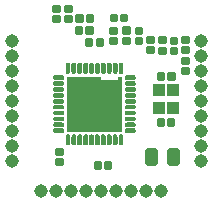
<source format=gbr>
G04 EAGLE Gerber RS-274X export*
G75*
%MOMM*%
%FSLAX34Y34*%
%LPD*%
%INSoldermask Top*%
%IPPOS*%
%AMOC8*
5,1,8,0,0,1.08239X$1,22.5*%
G01*
%ADD10C,0.406869*%
%ADD11C,0.631119*%
%ADD12C,0.400200*%
%ADD13C,1.143000*%
%ADD14R,0.977000X1.077000*%

G36*
X95030Y50751D02*
X95030Y50751D01*
X95081Y50753D01*
X95113Y50771D01*
X95149Y50779D01*
X95188Y50812D01*
X95233Y50836D01*
X95254Y50866D01*
X95282Y50889D01*
X95303Y50936D01*
X95333Y50978D01*
X95341Y51020D01*
X95353Y51048D01*
X95352Y51078D01*
X95360Y51120D01*
X95360Y96840D01*
X95349Y96890D01*
X95347Y96941D01*
X95329Y96973D01*
X95321Y97009D01*
X95288Y97048D01*
X95264Y97093D01*
X95234Y97114D01*
X95211Y97142D01*
X95164Y97163D01*
X95122Y97193D01*
X95080Y97201D01*
X95052Y97213D01*
X95022Y97212D01*
X94980Y97220D01*
X92440Y97220D01*
X92390Y97209D01*
X92339Y97207D01*
X92307Y97189D01*
X92271Y97181D01*
X92232Y97148D01*
X92187Y97124D01*
X92166Y97094D01*
X92138Y97071D01*
X92117Y97024D01*
X92087Y96982D01*
X92079Y96940D01*
X92067Y96912D01*
X92068Y96882D01*
X92060Y96840D01*
X92060Y94680D01*
X77580Y94680D01*
X77580Y96840D01*
X77569Y96890D01*
X77567Y96941D01*
X77549Y96973D01*
X77541Y97009D01*
X77508Y97048D01*
X77484Y97093D01*
X77454Y97114D01*
X77431Y97142D01*
X77384Y97163D01*
X77342Y97193D01*
X77300Y97201D01*
X77272Y97213D01*
X77242Y97212D01*
X77200Y97220D01*
X49260Y97220D01*
X49210Y97209D01*
X49159Y97207D01*
X49127Y97189D01*
X49091Y97181D01*
X49052Y97148D01*
X49007Y97124D01*
X48986Y97094D01*
X48958Y97071D01*
X48937Y97024D01*
X48907Y96982D01*
X48899Y96940D01*
X48887Y96912D01*
X48888Y96882D01*
X48880Y96840D01*
X48880Y51120D01*
X48891Y51070D01*
X48893Y51019D01*
X48911Y50987D01*
X48919Y50951D01*
X48952Y50912D01*
X48976Y50867D01*
X49006Y50846D01*
X49029Y50818D01*
X49076Y50797D01*
X49118Y50767D01*
X49160Y50759D01*
X49188Y50747D01*
X49218Y50748D01*
X49260Y50740D01*
X94980Y50740D01*
X95030Y50751D01*
G37*
G36*
X58879Y39223D02*
X58879Y39223D01*
X60370Y39223D01*
X60406Y39230D01*
X60449Y39229D01*
X60681Y39266D01*
X60732Y39285D01*
X60832Y39315D01*
X61041Y39421D01*
X61083Y39455D01*
X61170Y39515D01*
X61335Y39680D01*
X61365Y39725D01*
X61429Y39809D01*
X61535Y40018D01*
X61540Y40034D01*
X61546Y40043D01*
X61551Y40074D01*
X61584Y40169D01*
X61621Y40401D01*
X61619Y40437D01*
X61627Y40480D01*
X61627Y46480D01*
X61621Y46513D01*
X61622Y46552D01*
X61561Y46975D01*
X61542Y47028D01*
X61521Y47113D01*
X61343Y47502D01*
X61310Y47547D01*
X61265Y47623D01*
X60986Y47946D01*
X60941Y47980D01*
X60877Y48040D01*
X60517Y48271D01*
X60466Y48291D01*
X60429Y48314D01*
X60415Y48317D01*
X60386Y48331D01*
X59976Y48451D01*
X59920Y48456D01*
X59833Y48472D01*
X59407Y48472D01*
X59352Y48461D01*
X59264Y48451D01*
X58854Y48331D01*
X58817Y48312D01*
X58792Y48307D01*
X58766Y48289D01*
X58723Y48271D01*
X58363Y48040D01*
X58323Y48001D01*
X58254Y47946D01*
X57975Y47623D01*
X57947Y47574D01*
X57897Y47502D01*
X57719Y47113D01*
X57707Y47059D01*
X57679Y46975D01*
X57618Y46552D01*
X57620Y46519D01*
X57613Y46480D01*
X57613Y40489D01*
X57606Y40289D01*
X57614Y40241D01*
X57628Y40125D01*
X57688Y39926D01*
X57711Y39883D01*
X57761Y39778D01*
X57882Y39609D01*
X57918Y39576D01*
X57999Y39492D01*
X58168Y39371D01*
X58213Y39351D01*
X58316Y39298D01*
X58515Y39238D01*
X58564Y39233D01*
X58679Y39216D01*
X58879Y39223D01*
G37*
G36*
X88879Y39223D02*
X88879Y39223D01*
X90370Y39223D01*
X90406Y39230D01*
X90449Y39229D01*
X90681Y39266D01*
X90732Y39285D01*
X90832Y39315D01*
X91041Y39421D01*
X91083Y39455D01*
X91170Y39515D01*
X91335Y39680D01*
X91365Y39725D01*
X91429Y39809D01*
X91535Y40018D01*
X91540Y40034D01*
X91546Y40043D01*
X91551Y40074D01*
X91584Y40169D01*
X91621Y40401D01*
X91619Y40437D01*
X91627Y40480D01*
X91627Y46480D01*
X91621Y46513D01*
X91622Y46552D01*
X91561Y46975D01*
X91542Y47028D01*
X91521Y47113D01*
X91343Y47502D01*
X91310Y47547D01*
X91265Y47623D01*
X90986Y47946D01*
X90941Y47980D01*
X90877Y48040D01*
X90517Y48271D01*
X90466Y48291D01*
X90429Y48314D01*
X90415Y48317D01*
X90386Y48331D01*
X89976Y48451D01*
X89920Y48456D01*
X89833Y48472D01*
X89407Y48472D01*
X89352Y48461D01*
X89264Y48451D01*
X88854Y48331D01*
X88817Y48312D01*
X88792Y48307D01*
X88766Y48289D01*
X88723Y48271D01*
X88363Y48040D01*
X88323Y48001D01*
X88254Y47946D01*
X87975Y47623D01*
X87947Y47574D01*
X87897Y47502D01*
X87719Y47113D01*
X87707Y47059D01*
X87679Y46975D01*
X87618Y46552D01*
X87620Y46519D01*
X87613Y46480D01*
X87613Y40489D01*
X87606Y40289D01*
X87614Y40241D01*
X87628Y40125D01*
X87688Y39926D01*
X87711Y39883D01*
X87761Y39778D01*
X87882Y39609D01*
X87918Y39576D01*
X87999Y39492D01*
X88168Y39371D01*
X88213Y39351D01*
X88316Y39298D01*
X88515Y39238D01*
X88564Y39233D01*
X88679Y39216D01*
X88879Y39223D01*
G37*
G36*
X93879Y39223D02*
X93879Y39223D01*
X95370Y39223D01*
X95406Y39230D01*
X95449Y39229D01*
X95681Y39266D01*
X95732Y39285D01*
X95832Y39315D01*
X96041Y39421D01*
X96083Y39455D01*
X96170Y39515D01*
X96335Y39680D01*
X96365Y39725D01*
X96429Y39809D01*
X96535Y40018D01*
X96540Y40034D01*
X96546Y40043D01*
X96551Y40074D01*
X96584Y40169D01*
X96621Y40401D01*
X96619Y40437D01*
X96627Y40480D01*
X96627Y46480D01*
X96621Y46513D01*
X96622Y46552D01*
X96561Y46975D01*
X96542Y47028D01*
X96521Y47113D01*
X96343Y47502D01*
X96310Y47547D01*
X96265Y47623D01*
X95986Y47946D01*
X95941Y47980D01*
X95877Y48040D01*
X95517Y48271D01*
X95466Y48291D01*
X95429Y48314D01*
X95415Y48317D01*
X95386Y48331D01*
X94976Y48451D01*
X94920Y48456D01*
X94833Y48472D01*
X94407Y48472D01*
X94352Y48461D01*
X94264Y48451D01*
X93854Y48331D01*
X93817Y48312D01*
X93792Y48307D01*
X93766Y48289D01*
X93723Y48271D01*
X93363Y48040D01*
X93323Y48001D01*
X93254Y47946D01*
X92975Y47623D01*
X92947Y47574D01*
X92897Y47502D01*
X92719Y47113D01*
X92707Y47059D01*
X92679Y46975D01*
X92618Y46552D01*
X92620Y46519D01*
X92613Y46480D01*
X92613Y40489D01*
X92606Y40289D01*
X92614Y40241D01*
X92628Y40125D01*
X92688Y39926D01*
X92711Y39883D01*
X92761Y39778D01*
X92882Y39609D01*
X92918Y39576D01*
X92999Y39492D01*
X93168Y39371D01*
X93213Y39351D01*
X93316Y39298D01*
X93515Y39238D01*
X93564Y39233D01*
X93679Y39216D01*
X93879Y39223D01*
G37*
G36*
X78879Y39223D02*
X78879Y39223D01*
X80370Y39223D01*
X80406Y39230D01*
X80449Y39229D01*
X80681Y39266D01*
X80732Y39285D01*
X80832Y39315D01*
X81041Y39421D01*
X81083Y39455D01*
X81170Y39515D01*
X81335Y39680D01*
X81365Y39725D01*
X81429Y39809D01*
X81535Y40018D01*
X81540Y40034D01*
X81546Y40043D01*
X81551Y40074D01*
X81584Y40169D01*
X81621Y40401D01*
X81619Y40437D01*
X81627Y40480D01*
X81627Y46480D01*
X81621Y46513D01*
X81622Y46552D01*
X81561Y46975D01*
X81542Y47028D01*
X81521Y47113D01*
X81343Y47502D01*
X81310Y47547D01*
X81265Y47623D01*
X80986Y47946D01*
X80941Y47980D01*
X80877Y48040D01*
X80517Y48271D01*
X80466Y48291D01*
X80429Y48314D01*
X80415Y48317D01*
X80386Y48331D01*
X79976Y48451D01*
X79920Y48456D01*
X79833Y48472D01*
X79407Y48472D01*
X79352Y48461D01*
X79264Y48451D01*
X78854Y48331D01*
X78817Y48312D01*
X78792Y48307D01*
X78766Y48289D01*
X78723Y48271D01*
X78363Y48040D01*
X78323Y48001D01*
X78254Y47946D01*
X77975Y47623D01*
X77947Y47574D01*
X77897Y47502D01*
X77719Y47113D01*
X77707Y47059D01*
X77679Y46975D01*
X77618Y46552D01*
X77620Y46519D01*
X77613Y46480D01*
X77613Y40489D01*
X77606Y40289D01*
X77614Y40241D01*
X77628Y40125D01*
X77688Y39926D01*
X77711Y39883D01*
X77761Y39778D01*
X77882Y39609D01*
X77918Y39576D01*
X77999Y39492D01*
X78168Y39371D01*
X78213Y39351D01*
X78316Y39298D01*
X78515Y39238D01*
X78564Y39233D01*
X78679Y39216D01*
X78879Y39223D01*
G37*
G36*
X73879Y39223D02*
X73879Y39223D01*
X75370Y39223D01*
X75406Y39230D01*
X75449Y39229D01*
X75681Y39266D01*
X75732Y39285D01*
X75832Y39315D01*
X76041Y39421D01*
X76083Y39455D01*
X76170Y39515D01*
X76335Y39680D01*
X76365Y39725D01*
X76429Y39809D01*
X76535Y40018D01*
X76540Y40034D01*
X76546Y40043D01*
X76551Y40074D01*
X76584Y40169D01*
X76621Y40401D01*
X76619Y40437D01*
X76627Y40480D01*
X76627Y46480D01*
X76621Y46513D01*
X76622Y46552D01*
X76561Y46975D01*
X76542Y47028D01*
X76521Y47113D01*
X76343Y47502D01*
X76310Y47547D01*
X76265Y47623D01*
X75986Y47946D01*
X75941Y47980D01*
X75877Y48040D01*
X75517Y48271D01*
X75466Y48291D01*
X75429Y48314D01*
X75415Y48317D01*
X75386Y48331D01*
X74976Y48451D01*
X74920Y48456D01*
X74833Y48472D01*
X74407Y48472D01*
X74352Y48461D01*
X74264Y48451D01*
X73854Y48331D01*
X73817Y48312D01*
X73792Y48307D01*
X73766Y48289D01*
X73723Y48271D01*
X73363Y48040D01*
X73323Y48001D01*
X73254Y47946D01*
X72975Y47623D01*
X72947Y47574D01*
X72897Y47502D01*
X72719Y47113D01*
X72707Y47059D01*
X72679Y46975D01*
X72618Y46552D01*
X72620Y46519D01*
X72613Y46480D01*
X72613Y40489D01*
X72606Y40289D01*
X72614Y40241D01*
X72628Y40125D01*
X72688Y39926D01*
X72711Y39883D01*
X72761Y39778D01*
X72882Y39609D01*
X72918Y39576D01*
X72999Y39492D01*
X73168Y39371D01*
X73213Y39351D01*
X73316Y39298D01*
X73515Y39238D01*
X73564Y39233D01*
X73679Y39216D01*
X73879Y39223D01*
G37*
G36*
X63879Y39223D02*
X63879Y39223D01*
X65370Y39223D01*
X65406Y39230D01*
X65449Y39229D01*
X65681Y39266D01*
X65732Y39285D01*
X65832Y39315D01*
X66041Y39421D01*
X66083Y39455D01*
X66170Y39515D01*
X66335Y39680D01*
X66365Y39725D01*
X66429Y39809D01*
X66535Y40018D01*
X66540Y40034D01*
X66546Y40043D01*
X66551Y40074D01*
X66584Y40169D01*
X66621Y40401D01*
X66619Y40437D01*
X66627Y40480D01*
X66627Y46480D01*
X66621Y46513D01*
X66622Y46552D01*
X66561Y46975D01*
X66542Y47028D01*
X66521Y47113D01*
X66343Y47502D01*
X66310Y47547D01*
X66265Y47623D01*
X65986Y47946D01*
X65941Y47980D01*
X65877Y48040D01*
X65517Y48271D01*
X65466Y48291D01*
X65429Y48314D01*
X65415Y48317D01*
X65386Y48331D01*
X64976Y48451D01*
X64920Y48456D01*
X64833Y48472D01*
X64407Y48472D01*
X64352Y48461D01*
X64264Y48451D01*
X63854Y48331D01*
X63817Y48312D01*
X63792Y48307D01*
X63766Y48289D01*
X63723Y48271D01*
X63363Y48040D01*
X63323Y48001D01*
X63254Y47946D01*
X62975Y47623D01*
X62947Y47574D01*
X62897Y47502D01*
X62719Y47113D01*
X62707Y47059D01*
X62679Y46975D01*
X62618Y46552D01*
X62620Y46519D01*
X62613Y46480D01*
X62613Y40489D01*
X62606Y40289D01*
X62614Y40241D01*
X62628Y40125D01*
X62688Y39926D01*
X62711Y39883D01*
X62761Y39778D01*
X62882Y39609D01*
X62918Y39576D01*
X62999Y39492D01*
X63168Y39371D01*
X63213Y39351D01*
X63316Y39298D01*
X63515Y39238D01*
X63564Y39233D01*
X63679Y39216D01*
X63879Y39223D01*
G37*
G36*
X53879Y39223D02*
X53879Y39223D01*
X55370Y39223D01*
X55406Y39230D01*
X55449Y39229D01*
X55681Y39266D01*
X55732Y39285D01*
X55832Y39315D01*
X56041Y39421D01*
X56083Y39455D01*
X56170Y39515D01*
X56335Y39680D01*
X56365Y39725D01*
X56429Y39809D01*
X56535Y40018D01*
X56540Y40034D01*
X56546Y40043D01*
X56551Y40074D01*
X56584Y40169D01*
X56621Y40401D01*
X56619Y40437D01*
X56627Y40480D01*
X56627Y46480D01*
X56621Y46513D01*
X56622Y46552D01*
X56561Y46975D01*
X56542Y47028D01*
X56521Y47113D01*
X56343Y47502D01*
X56310Y47547D01*
X56265Y47623D01*
X55986Y47946D01*
X55941Y47980D01*
X55877Y48040D01*
X55517Y48271D01*
X55466Y48291D01*
X55429Y48314D01*
X55415Y48317D01*
X55386Y48331D01*
X54976Y48451D01*
X54920Y48456D01*
X54833Y48472D01*
X54407Y48472D01*
X54352Y48461D01*
X54264Y48451D01*
X53854Y48331D01*
X53817Y48312D01*
X53792Y48307D01*
X53766Y48289D01*
X53723Y48271D01*
X53363Y48040D01*
X53323Y48001D01*
X53254Y47946D01*
X52975Y47623D01*
X52947Y47574D01*
X52897Y47502D01*
X52719Y47113D01*
X52707Y47059D01*
X52679Y46975D01*
X52618Y46552D01*
X52620Y46519D01*
X52613Y46480D01*
X52613Y40489D01*
X52606Y40289D01*
X52614Y40241D01*
X52628Y40125D01*
X52688Y39926D01*
X52711Y39883D01*
X52761Y39778D01*
X52882Y39609D01*
X52918Y39576D01*
X52999Y39492D01*
X53168Y39371D01*
X53213Y39351D01*
X53316Y39298D01*
X53515Y39238D01*
X53564Y39233D01*
X53679Y39216D01*
X53879Y39223D01*
G37*
G36*
X83879Y39223D02*
X83879Y39223D01*
X85370Y39223D01*
X85406Y39230D01*
X85449Y39229D01*
X85681Y39266D01*
X85732Y39285D01*
X85832Y39315D01*
X86041Y39421D01*
X86083Y39455D01*
X86170Y39515D01*
X86335Y39680D01*
X86365Y39725D01*
X86429Y39809D01*
X86535Y40018D01*
X86540Y40034D01*
X86546Y40043D01*
X86551Y40074D01*
X86584Y40169D01*
X86621Y40401D01*
X86619Y40437D01*
X86627Y40480D01*
X86627Y46480D01*
X86621Y46513D01*
X86622Y46552D01*
X86561Y46975D01*
X86542Y47028D01*
X86521Y47113D01*
X86343Y47502D01*
X86310Y47547D01*
X86265Y47623D01*
X85986Y47946D01*
X85941Y47980D01*
X85877Y48040D01*
X85517Y48271D01*
X85466Y48291D01*
X85429Y48314D01*
X85415Y48317D01*
X85386Y48331D01*
X84976Y48451D01*
X84920Y48456D01*
X84833Y48472D01*
X84407Y48472D01*
X84352Y48461D01*
X84264Y48451D01*
X83854Y48331D01*
X83817Y48312D01*
X83792Y48307D01*
X83766Y48289D01*
X83723Y48271D01*
X83363Y48040D01*
X83323Y48001D01*
X83254Y47946D01*
X82975Y47623D01*
X82947Y47574D01*
X82897Y47502D01*
X82719Y47113D01*
X82707Y47059D01*
X82679Y46975D01*
X82618Y46552D01*
X82620Y46519D01*
X82613Y46480D01*
X82613Y40489D01*
X82606Y40289D01*
X82614Y40241D01*
X82628Y40125D01*
X82688Y39926D01*
X82711Y39883D01*
X82761Y39778D01*
X82882Y39609D01*
X82918Y39576D01*
X82999Y39492D01*
X83168Y39371D01*
X83213Y39351D01*
X83316Y39298D01*
X83515Y39238D01*
X83564Y39233D01*
X83679Y39216D01*
X83879Y39223D01*
G37*
G36*
X68879Y39223D02*
X68879Y39223D01*
X70370Y39223D01*
X70406Y39230D01*
X70449Y39229D01*
X70681Y39266D01*
X70732Y39285D01*
X70832Y39315D01*
X71041Y39421D01*
X71083Y39455D01*
X71170Y39515D01*
X71335Y39680D01*
X71365Y39725D01*
X71429Y39809D01*
X71535Y40018D01*
X71540Y40034D01*
X71546Y40043D01*
X71551Y40074D01*
X71584Y40169D01*
X71621Y40401D01*
X71619Y40437D01*
X71627Y40480D01*
X71627Y46480D01*
X71621Y46513D01*
X71622Y46552D01*
X71561Y46975D01*
X71542Y47028D01*
X71521Y47113D01*
X71343Y47502D01*
X71310Y47547D01*
X71265Y47623D01*
X70986Y47946D01*
X70941Y47980D01*
X70877Y48040D01*
X70517Y48271D01*
X70466Y48291D01*
X70429Y48314D01*
X70415Y48317D01*
X70386Y48331D01*
X69976Y48451D01*
X69920Y48456D01*
X69833Y48472D01*
X69407Y48472D01*
X69352Y48461D01*
X69264Y48451D01*
X68854Y48331D01*
X68817Y48312D01*
X68792Y48307D01*
X68766Y48289D01*
X68723Y48271D01*
X68363Y48040D01*
X68323Y48001D01*
X68254Y47946D01*
X67975Y47623D01*
X67947Y47574D01*
X67897Y47502D01*
X67719Y47113D01*
X67707Y47059D01*
X67679Y46975D01*
X67618Y46552D01*
X67620Y46519D01*
X67613Y46480D01*
X67613Y40489D01*
X67606Y40289D01*
X67614Y40241D01*
X67628Y40125D01*
X67688Y39926D01*
X67711Y39883D01*
X67761Y39778D01*
X67882Y39609D01*
X67918Y39576D01*
X67999Y39492D01*
X68168Y39371D01*
X68213Y39351D01*
X68316Y39298D01*
X68515Y39238D01*
X68564Y39233D01*
X68679Y39216D01*
X68879Y39223D01*
G37*
G36*
X48879Y39223D02*
X48879Y39223D01*
X50370Y39223D01*
X50406Y39230D01*
X50449Y39229D01*
X50681Y39266D01*
X50732Y39285D01*
X50832Y39315D01*
X51041Y39421D01*
X51083Y39455D01*
X51170Y39515D01*
X51335Y39680D01*
X51365Y39725D01*
X51429Y39809D01*
X51535Y40018D01*
X51540Y40034D01*
X51546Y40043D01*
X51551Y40074D01*
X51584Y40169D01*
X51621Y40401D01*
X51619Y40437D01*
X51627Y40480D01*
X51627Y46480D01*
X51621Y46513D01*
X51622Y46552D01*
X51561Y46975D01*
X51542Y47028D01*
X51521Y47113D01*
X51343Y47502D01*
X51310Y47547D01*
X51265Y47623D01*
X50986Y47946D01*
X50941Y47980D01*
X50877Y48040D01*
X50517Y48271D01*
X50466Y48291D01*
X50429Y48314D01*
X50415Y48317D01*
X50386Y48331D01*
X49976Y48451D01*
X49920Y48456D01*
X49833Y48472D01*
X49407Y48472D01*
X49352Y48461D01*
X49264Y48451D01*
X48854Y48331D01*
X48817Y48312D01*
X48792Y48307D01*
X48766Y48289D01*
X48723Y48271D01*
X48363Y48040D01*
X48323Y48001D01*
X48254Y47946D01*
X47975Y47623D01*
X47947Y47574D01*
X47897Y47502D01*
X47719Y47113D01*
X47707Y47059D01*
X47679Y46975D01*
X47618Y46552D01*
X47620Y46519D01*
X47613Y46480D01*
X47613Y40489D01*
X47606Y40289D01*
X47614Y40241D01*
X47628Y40125D01*
X47688Y39926D01*
X47711Y39883D01*
X47761Y39778D01*
X47882Y39609D01*
X47918Y39576D01*
X47999Y39492D01*
X48168Y39371D01*
X48213Y39351D01*
X48316Y39298D01*
X48515Y39238D01*
X48564Y39233D01*
X48679Y39216D01*
X48879Y39223D01*
G37*
G36*
X44653Y64479D02*
X44653Y64479D01*
X44692Y64478D01*
X45115Y64539D01*
X45168Y64558D01*
X45253Y64579D01*
X45642Y64757D01*
X45687Y64790D01*
X45763Y64835D01*
X46086Y65114D01*
X46095Y65126D01*
X46104Y65132D01*
X46123Y65162D01*
X46180Y65223D01*
X46411Y65583D01*
X46432Y65635D01*
X46471Y65714D01*
X46591Y66124D01*
X46596Y66180D01*
X46612Y66267D01*
X46612Y66693D01*
X46601Y66749D01*
X46591Y66836D01*
X46471Y67246D01*
X46445Y67296D01*
X46411Y67377D01*
X46180Y67737D01*
X46141Y67777D01*
X46086Y67846D01*
X45763Y68125D01*
X45714Y68153D01*
X45642Y68203D01*
X45253Y68381D01*
X45199Y68393D01*
X45115Y68421D01*
X44692Y68482D01*
X44659Y68480D01*
X44620Y68487D01*
X38629Y68487D01*
X38429Y68494D01*
X38381Y68486D01*
X38265Y68472D01*
X38066Y68412D01*
X38023Y68389D01*
X37918Y68339D01*
X37749Y68218D01*
X37716Y68182D01*
X37632Y68101D01*
X37511Y67932D01*
X37491Y67887D01*
X37438Y67784D01*
X37378Y67585D01*
X37373Y67536D01*
X37356Y67421D01*
X37363Y67221D01*
X37363Y65730D01*
X37370Y65694D01*
X37369Y65651D01*
X37406Y65419D01*
X37425Y65368D01*
X37443Y65306D01*
X37449Y65281D01*
X37452Y65276D01*
X37455Y65268D01*
X37561Y65059D01*
X37595Y65017D01*
X37655Y64930D01*
X37820Y64765D01*
X37865Y64735D01*
X37949Y64671D01*
X38158Y64565D01*
X38210Y64550D01*
X38309Y64516D01*
X38541Y64479D01*
X38577Y64481D01*
X38620Y64473D01*
X44620Y64473D01*
X44653Y64479D01*
G37*
G36*
X44653Y89479D02*
X44653Y89479D01*
X44692Y89478D01*
X45115Y89539D01*
X45168Y89558D01*
X45253Y89579D01*
X45642Y89757D01*
X45687Y89790D01*
X45763Y89835D01*
X46086Y90114D01*
X46095Y90126D01*
X46104Y90132D01*
X46123Y90162D01*
X46180Y90223D01*
X46411Y90583D01*
X46432Y90635D01*
X46471Y90714D01*
X46591Y91124D01*
X46596Y91180D01*
X46612Y91267D01*
X46612Y91693D01*
X46601Y91749D01*
X46591Y91836D01*
X46471Y92246D01*
X46445Y92296D01*
X46411Y92377D01*
X46180Y92737D01*
X46141Y92777D01*
X46086Y92846D01*
X45763Y93125D01*
X45714Y93153D01*
X45642Y93203D01*
X45253Y93381D01*
X45199Y93393D01*
X45115Y93421D01*
X44692Y93482D01*
X44659Y93480D01*
X44620Y93487D01*
X38629Y93487D01*
X38429Y93494D01*
X38381Y93486D01*
X38265Y93472D01*
X38066Y93412D01*
X38023Y93389D01*
X37918Y93339D01*
X37749Y93218D01*
X37716Y93182D01*
X37632Y93101D01*
X37511Y92932D01*
X37491Y92887D01*
X37438Y92784D01*
X37378Y92585D01*
X37373Y92536D01*
X37356Y92421D01*
X37363Y92221D01*
X37363Y90730D01*
X37370Y90694D01*
X37369Y90651D01*
X37406Y90419D01*
X37425Y90368D01*
X37443Y90306D01*
X37449Y90281D01*
X37452Y90276D01*
X37455Y90268D01*
X37561Y90059D01*
X37595Y90017D01*
X37655Y89930D01*
X37820Y89765D01*
X37865Y89735D01*
X37949Y89671D01*
X38158Y89565D01*
X38210Y89550D01*
X38309Y89516D01*
X38541Y89479D01*
X38577Y89481D01*
X38620Y89473D01*
X44620Y89473D01*
X44653Y89479D01*
G37*
G36*
X44653Y79479D02*
X44653Y79479D01*
X44692Y79478D01*
X45115Y79539D01*
X45168Y79558D01*
X45253Y79579D01*
X45642Y79757D01*
X45687Y79790D01*
X45763Y79835D01*
X46086Y80114D01*
X46095Y80126D01*
X46104Y80132D01*
X46123Y80162D01*
X46180Y80223D01*
X46411Y80583D01*
X46432Y80635D01*
X46471Y80714D01*
X46591Y81124D01*
X46596Y81180D01*
X46612Y81267D01*
X46612Y81693D01*
X46601Y81749D01*
X46591Y81836D01*
X46471Y82246D01*
X46445Y82296D01*
X46411Y82377D01*
X46180Y82737D01*
X46141Y82777D01*
X46086Y82846D01*
X45763Y83125D01*
X45714Y83153D01*
X45642Y83203D01*
X45253Y83381D01*
X45199Y83393D01*
X45115Y83421D01*
X44692Y83482D01*
X44659Y83480D01*
X44620Y83487D01*
X38629Y83487D01*
X38429Y83494D01*
X38381Y83486D01*
X38265Y83472D01*
X38066Y83412D01*
X38023Y83389D01*
X37918Y83339D01*
X37749Y83218D01*
X37716Y83182D01*
X37632Y83101D01*
X37511Y82932D01*
X37491Y82887D01*
X37438Y82784D01*
X37378Y82585D01*
X37373Y82536D01*
X37356Y82421D01*
X37363Y82221D01*
X37363Y80730D01*
X37370Y80694D01*
X37369Y80651D01*
X37406Y80419D01*
X37425Y80368D01*
X37443Y80306D01*
X37449Y80281D01*
X37452Y80276D01*
X37455Y80268D01*
X37561Y80059D01*
X37595Y80017D01*
X37655Y79930D01*
X37820Y79765D01*
X37865Y79735D01*
X37949Y79671D01*
X38158Y79565D01*
X38210Y79550D01*
X38309Y79516D01*
X38541Y79479D01*
X38577Y79481D01*
X38620Y79473D01*
X44620Y79473D01*
X44653Y79479D01*
G37*
G36*
X44653Y84479D02*
X44653Y84479D01*
X44692Y84478D01*
X45115Y84539D01*
X45168Y84558D01*
X45253Y84579D01*
X45642Y84757D01*
X45687Y84790D01*
X45763Y84835D01*
X46086Y85114D01*
X46095Y85126D01*
X46104Y85132D01*
X46123Y85162D01*
X46180Y85223D01*
X46411Y85583D01*
X46432Y85635D01*
X46471Y85714D01*
X46591Y86124D01*
X46596Y86180D01*
X46612Y86267D01*
X46612Y86693D01*
X46601Y86749D01*
X46591Y86836D01*
X46471Y87246D01*
X46445Y87296D01*
X46411Y87377D01*
X46180Y87737D01*
X46141Y87777D01*
X46086Y87846D01*
X45763Y88125D01*
X45714Y88153D01*
X45642Y88203D01*
X45253Y88381D01*
X45199Y88393D01*
X45115Y88421D01*
X44692Y88482D01*
X44659Y88480D01*
X44620Y88487D01*
X38629Y88487D01*
X38429Y88494D01*
X38381Y88486D01*
X38265Y88472D01*
X38066Y88412D01*
X38023Y88389D01*
X37918Y88339D01*
X37749Y88218D01*
X37716Y88182D01*
X37632Y88101D01*
X37511Y87932D01*
X37491Y87887D01*
X37438Y87784D01*
X37378Y87585D01*
X37373Y87536D01*
X37356Y87421D01*
X37363Y87221D01*
X37363Y85730D01*
X37370Y85694D01*
X37369Y85651D01*
X37406Y85419D01*
X37425Y85368D01*
X37443Y85306D01*
X37449Y85281D01*
X37452Y85276D01*
X37455Y85268D01*
X37561Y85059D01*
X37595Y85017D01*
X37655Y84930D01*
X37820Y84765D01*
X37865Y84735D01*
X37949Y84671D01*
X38158Y84565D01*
X38210Y84550D01*
X38309Y84516D01*
X38541Y84479D01*
X38577Y84481D01*
X38620Y84473D01*
X44620Y84473D01*
X44653Y84479D01*
G37*
G36*
X44653Y94479D02*
X44653Y94479D01*
X44692Y94478D01*
X45115Y94539D01*
X45168Y94558D01*
X45253Y94579D01*
X45642Y94757D01*
X45687Y94790D01*
X45763Y94835D01*
X46086Y95114D01*
X46095Y95126D01*
X46104Y95132D01*
X46123Y95162D01*
X46180Y95223D01*
X46411Y95583D01*
X46432Y95635D01*
X46471Y95714D01*
X46591Y96124D01*
X46596Y96180D01*
X46612Y96267D01*
X46612Y96693D01*
X46601Y96749D01*
X46591Y96836D01*
X46471Y97246D01*
X46445Y97296D01*
X46411Y97377D01*
X46180Y97737D01*
X46141Y97777D01*
X46086Y97846D01*
X45763Y98125D01*
X45714Y98153D01*
X45642Y98203D01*
X45253Y98381D01*
X45199Y98393D01*
X45115Y98421D01*
X44692Y98482D01*
X44659Y98480D01*
X44620Y98487D01*
X38629Y98487D01*
X38429Y98494D01*
X38381Y98486D01*
X38265Y98472D01*
X38066Y98412D01*
X38023Y98389D01*
X37918Y98339D01*
X37749Y98218D01*
X37716Y98182D01*
X37632Y98101D01*
X37511Y97932D01*
X37491Y97887D01*
X37438Y97784D01*
X37378Y97585D01*
X37373Y97536D01*
X37356Y97421D01*
X37363Y97221D01*
X37363Y95730D01*
X37370Y95694D01*
X37369Y95651D01*
X37406Y95419D01*
X37425Y95368D01*
X37443Y95306D01*
X37449Y95281D01*
X37452Y95276D01*
X37455Y95268D01*
X37561Y95059D01*
X37595Y95017D01*
X37655Y94930D01*
X37820Y94765D01*
X37865Y94735D01*
X37949Y94671D01*
X38158Y94565D01*
X38210Y94550D01*
X38309Y94516D01*
X38541Y94479D01*
X38577Y94481D01*
X38620Y94473D01*
X44620Y94473D01*
X44653Y94479D01*
G37*
G36*
X44653Y74479D02*
X44653Y74479D01*
X44692Y74478D01*
X45115Y74539D01*
X45168Y74558D01*
X45253Y74579D01*
X45642Y74757D01*
X45687Y74790D01*
X45763Y74835D01*
X46086Y75114D01*
X46095Y75126D01*
X46104Y75132D01*
X46123Y75162D01*
X46180Y75223D01*
X46411Y75583D01*
X46432Y75635D01*
X46471Y75714D01*
X46591Y76124D01*
X46596Y76180D01*
X46612Y76267D01*
X46612Y76693D01*
X46601Y76749D01*
X46591Y76836D01*
X46471Y77246D01*
X46445Y77296D01*
X46411Y77377D01*
X46180Y77737D01*
X46141Y77777D01*
X46086Y77846D01*
X45763Y78125D01*
X45714Y78153D01*
X45642Y78203D01*
X45253Y78381D01*
X45199Y78393D01*
X45115Y78421D01*
X44692Y78482D01*
X44659Y78480D01*
X44620Y78487D01*
X38629Y78487D01*
X38429Y78494D01*
X38381Y78486D01*
X38265Y78472D01*
X38066Y78412D01*
X38023Y78389D01*
X37918Y78339D01*
X37749Y78218D01*
X37716Y78182D01*
X37632Y78101D01*
X37511Y77932D01*
X37491Y77887D01*
X37438Y77784D01*
X37378Y77585D01*
X37373Y77536D01*
X37356Y77421D01*
X37363Y77221D01*
X37363Y75730D01*
X37370Y75694D01*
X37369Y75651D01*
X37406Y75419D01*
X37425Y75368D01*
X37443Y75306D01*
X37449Y75281D01*
X37452Y75276D01*
X37455Y75268D01*
X37561Y75059D01*
X37595Y75017D01*
X37655Y74930D01*
X37820Y74765D01*
X37865Y74735D01*
X37949Y74671D01*
X38158Y74565D01*
X38210Y74550D01*
X38309Y74516D01*
X38541Y74479D01*
X38577Y74481D01*
X38620Y74473D01*
X44620Y74473D01*
X44653Y74479D01*
G37*
G36*
X44653Y69479D02*
X44653Y69479D01*
X44692Y69478D01*
X45115Y69539D01*
X45168Y69558D01*
X45253Y69579D01*
X45642Y69757D01*
X45687Y69790D01*
X45763Y69835D01*
X46086Y70114D01*
X46095Y70126D01*
X46104Y70132D01*
X46123Y70162D01*
X46180Y70223D01*
X46411Y70583D01*
X46432Y70635D01*
X46471Y70714D01*
X46591Y71124D01*
X46596Y71180D01*
X46612Y71267D01*
X46612Y71693D01*
X46601Y71749D01*
X46591Y71836D01*
X46471Y72246D01*
X46445Y72296D01*
X46411Y72377D01*
X46180Y72737D01*
X46141Y72777D01*
X46086Y72846D01*
X45763Y73125D01*
X45714Y73153D01*
X45642Y73203D01*
X45253Y73381D01*
X45199Y73393D01*
X45115Y73421D01*
X44692Y73482D01*
X44659Y73480D01*
X44620Y73487D01*
X38629Y73487D01*
X38429Y73494D01*
X38381Y73486D01*
X38265Y73472D01*
X38066Y73412D01*
X38023Y73389D01*
X37918Y73339D01*
X37749Y73218D01*
X37716Y73182D01*
X37632Y73101D01*
X37511Y72932D01*
X37491Y72887D01*
X37438Y72784D01*
X37378Y72585D01*
X37373Y72536D01*
X37356Y72421D01*
X37363Y72221D01*
X37363Y70730D01*
X37370Y70694D01*
X37369Y70651D01*
X37406Y70419D01*
X37425Y70368D01*
X37443Y70306D01*
X37449Y70281D01*
X37452Y70276D01*
X37455Y70268D01*
X37561Y70059D01*
X37595Y70017D01*
X37655Y69930D01*
X37820Y69765D01*
X37865Y69735D01*
X37949Y69671D01*
X38158Y69565D01*
X38210Y69550D01*
X38309Y69516D01*
X38541Y69479D01*
X38577Y69481D01*
X38620Y69473D01*
X44620Y69473D01*
X44653Y69479D01*
G37*
G36*
X44653Y59479D02*
X44653Y59479D01*
X44692Y59478D01*
X45115Y59539D01*
X45168Y59558D01*
X45253Y59579D01*
X45642Y59757D01*
X45687Y59790D01*
X45763Y59835D01*
X46086Y60114D01*
X46095Y60126D01*
X46104Y60132D01*
X46123Y60162D01*
X46180Y60223D01*
X46411Y60583D01*
X46432Y60635D01*
X46471Y60714D01*
X46591Y61124D01*
X46596Y61180D01*
X46612Y61267D01*
X46612Y61693D01*
X46601Y61749D01*
X46591Y61836D01*
X46471Y62246D01*
X46445Y62296D01*
X46411Y62377D01*
X46180Y62737D01*
X46141Y62777D01*
X46086Y62846D01*
X45763Y63125D01*
X45714Y63153D01*
X45642Y63203D01*
X45253Y63381D01*
X45199Y63393D01*
X45115Y63421D01*
X44692Y63482D01*
X44659Y63480D01*
X44620Y63487D01*
X38629Y63487D01*
X38429Y63494D01*
X38381Y63486D01*
X38265Y63472D01*
X38066Y63412D01*
X38023Y63389D01*
X37918Y63339D01*
X37749Y63218D01*
X37716Y63182D01*
X37632Y63101D01*
X37511Y62932D01*
X37491Y62887D01*
X37438Y62784D01*
X37378Y62585D01*
X37373Y62536D01*
X37356Y62421D01*
X37363Y62221D01*
X37363Y60730D01*
X37370Y60694D01*
X37369Y60651D01*
X37406Y60419D01*
X37425Y60368D01*
X37443Y60306D01*
X37449Y60281D01*
X37452Y60276D01*
X37455Y60268D01*
X37561Y60059D01*
X37595Y60017D01*
X37655Y59930D01*
X37820Y59765D01*
X37865Y59735D01*
X37949Y59671D01*
X38158Y59565D01*
X38210Y59550D01*
X38309Y59516D01*
X38541Y59479D01*
X38577Y59481D01*
X38620Y59473D01*
X44620Y59473D01*
X44653Y59479D01*
G37*
G36*
X44653Y54479D02*
X44653Y54479D01*
X44692Y54478D01*
X45115Y54539D01*
X45168Y54558D01*
X45253Y54579D01*
X45642Y54757D01*
X45687Y54790D01*
X45763Y54835D01*
X46086Y55114D01*
X46095Y55126D01*
X46104Y55132D01*
X46123Y55162D01*
X46180Y55223D01*
X46411Y55583D01*
X46432Y55635D01*
X46471Y55714D01*
X46591Y56124D01*
X46596Y56180D01*
X46612Y56267D01*
X46612Y56693D01*
X46601Y56749D01*
X46591Y56836D01*
X46471Y57246D01*
X46445Y57296D01*
X46411Y57377D01*
X46180Y57737D01*
X46141Y57777D01*
X46086Y57846D01*
X45763Y58125D01*
X45714Y58153D01*
X45642Y58203D01*
X45253Y58381D01*
X45199Y58393D01*
X45115Y58421D01*
X44692Y58482D01*
X44659Y58480D01*
X44620Y58487D01*
X38629Y58487D01*
X38429Y58494D01*
X38381Y58486D01*
X38265Y58472D01*
X38066Y58412D01*
X38023Y58389D01*
X37918Y58339D01*
X37749Y58218D01*
X37716Y58182D01*
X37632Y58101D01*
X37511Y57932D01*
X37491Y57887D01*
X37438Y57784D01*
X37378Y57585D01*
X37373Y57536D01*
X37356Y57421D01*
X37363Y57221D01*
X37363Y55730D01*
X37370Y55694D01*
X37369Y55651D01*
X37406Y55419D01*
X37425Y55368D01*
X37443Y55306D01*
X37449Y55281D01*
X37452Y55276D01*
X37455Y55268D01*
X37561Y55059D01*
X37595Y55017D01*
X37655Y54930D01*
X37820Y54765D01*
X37865Y54735D01*
X37949Y54671D01*
X38158Y54565D01*
X38210Y54550D01*
X38309Y54516D01*
X38541Y54479D01*
X38577Y54481D01*
X38620Y54473D01*
X44620Y54473D01*
X44653Y54479D01*
G37*
G36*
X44653Y49479D02*
X44653Y49479D01*
X44692Y49478D01*
X45115Y49539D01*
X45168Y49558D01*
X45253Y49579D01*
X45642Y49757D01*
X45687Y49790D01*
X45763Y49835D01*
X46086Y50114D01*
X46095Y50126D01*
X46104Y50132D01*
X46123Y50162D01*
X46180Y50223D01*
X46411Y50583D01*
X46432Y50635D01*
X46471Y50714D01*
X46591Y51124D01*
X46596Y51180D01*
X46612Y51267D01*
X46612Y51693D01*
X46601Y51749D01*
X46591Y51836D01*
X46471Y52246D01*
X46445Y52296D01*
X46411Y52377D01*
X46180Y52737D01*
X46141Y52777D01*
X46086Y52846D01*
X45763Y53125D01*
X45714Y53153D01*
X45642Y53203D01*
X45253Y53381D01*
X45199Y53393D01*
X45115Y53421D01*
X44692Y53482D01*
X44659Y53480D01*
X44620Y53487D01*
X38629Y53487D01*
X38429Y53494D01*
X38381Y53486D01*
X38265Y53472D01*
X38066Y53412D01*
X38023Y53389D01*
X37918Y53339D01*
X37749Y53218D01*
X37716Y53182D01*
X37632Y53101D01*
X37511Y52932D01*
X37491Y52887D01*
X37438Y52784D01*
X37378Y52585D01*
X37373Y52536D01*
X37356Y52421D01*
X37363Y52221D01*
X37363Y50730D01*
X37370Y50694D01*
X37369Y50651D01*
X37406Y50419D01*
X37425Y50368D01*
X37443Y50306D01*
X37449Y50281D01*
X37452Y50276D01*
X37455Y50268D01*
X37561Y50059D01*
X37595Y50017D01*
X37655Y49930D01*
X37820Y49765D01*
X37865Y49735D01*
X37949Y49671D01*
X38158Y49565D01*
X38210Y49550D01*
X38309Y49516D01*
X38541Y49479D01*
X38577Y49481D01*
X38620Y49473D01*
X44620Y49473D01*
X44653Y49479D01*
G37*
G36*
X64889Y99499D02*
X64889Y99499D01*
X64976Y99509D01*
X65386Y99629D01*
X65436Y99655D01*
X65517Y99689D01*
X65877Y99920D01*
X65917Y99959D01*
X65986Y100014D01*
X66265Y100337D01*
X66293Y100386D01*
X66343Y100458D01*
X66521Y100847D01*
X66533Y100901D01*
X66561Y100985D01*
X66622Y101408D01*
X66620Y101441D01*
X66627Y101480D01*
X66627Y107471D01*
X66634Y107671D01*
X66626Y107719D01*
X66612Y107835D01*
X66552Y108034D01*
X66529Y108077D01*
X66479Y108182D01*
X66358Y108351D01*
X66322Y108385D01*
X66241Y108468D01*
X66072Y108589D01*
X66027Y108609D01*
X65924Y108662D01*
X65725Y108722D01*
X65676Y108727D01*
X65561Y108744D01*
X65361Y108737D01*
X63870Y108737D01*
X63834Y108730D01*
X63791Y108731D01*
X63559Y108694D01*
X63508Y108675D01*
X63408Y108645D01*
X63199Y108539D01*
X63157Y108505D01*
X63070Y108445D01*
X62905Y108280D01*
X62875Y108235D01*
X62811Y108151D01*
X62705Y107942D01*
X62690Y107890D01*
X62656Y107791D01*
X62619Y107559D01*
X62621Y107523D01*
X62613Y107480D01*
X62613Y101480D01*
X62619Y101447D01*
X62618Y101408D01*
X62679Y100985D01*
X62698Y100932D01*
X62719Y100847D01*
X62897Y100458D01*
X62930Y100413D01*
X62975Y100337D01*
X63254Y100014D01*
X63299Y99980D01*
X63363Y99920D01*
X63723Y99689D01*
X63775Y99668D01*
X63854Y99629D01*
X64264Y99509D01*
X64320Y99504D01*
X64407Y99488D01*
X64833Y99488D01*
X64889Y99499D01*
G37*
G36*
X105859Y69474D02*
X105859Y69474D01*
X105975Y69488D01*
X106174Y69548D01*
X106217Y69571D01*
X106322Y69621D01*
X106491Y69742D01*
X106525Y69778D01*
X106608Y69859D01*
X106729Y70028D01*
X106749Y70073D01*
X106802Y70176D01*
X106862Y70375D01*
X106867Y70424D01*
X106884Y70539D01*
X106877Y70739D01*
X106877Y72230D01*
X106870Y72266D01*
X106871Y72309D01*
X106834Y72541D01*
X106815Y72592D01*
X106785Y72692D01*
X106679Y72901D01*
X106645Y72943D01*
X106585Y73030D01*
X106420Y73195D01*
X106375Y73225D01*
X106291Y73289D01*
X106082Y73395D01*
X106030Y73410D01*
X105931Y73444D01*
X105699Y73481D01*
X105663Y73479D01*
X105620Y73487D01*
X99620Y73487D01*
X99587Y73481D01*
X99548Y73482D01*
X99125Y73421D01*
X99072Y73402D01*
X98987Y73381D01*
X98598Y73203D01*
X98553Y73170D01*
X98477Y73125D01*
X98154Y72846D01*
X98120Y72801D01*
X98060Y72737D01*
X97829Y72377D01*
X97808Y72325D01*
X97769Y72246D01*
X97649Y71836D01*
X97644Y71780D01*
X97628Y71693D01*
X97628Y71267D01*
X97639Y71212D01*
X97649Y71124D01*
X97769Y70714D01*
X97795Y70664D01*
X97829Y70583D01*
X98060Y70223D01*
X98099Y70183D01*
X98154Y70114D01*
X98477Y69835D01*
X98526Y69807D01*
X98598Y69757D01*
X98987Y69579D01*
X99041Y69567D01*
X99125Y69539D01*
X99548Y69478D01*
X99581Y69480D01*
X99620Y69473D01*
X105611Y69473D01*
X105811Y69466D01*
X105859Y69474D01*
G37*
G36*
X94889Y99499D02*
X94889Y99499D01*
X94976Y99509D01*
X95386Y99629D01*
X95436Y99655D01*
X95517Y99689D01*
X95877Y99920D01*
X95917Y99959D01*
X95986Y100014D01*
X96265Y100337D01*
X96293Y100386D01*
X96343Y100458D01*
X96521Y100847D01*
X96533Y100901D01*
X96561Y100985D01*
X96622Y101408D01*
X96620Y101441D01*
X96627Y101480D01*
X96627Y107471D01*
X96634Y107671D01*
X96626Y107719D01*
X96612Y107835D01*
X96552Y108034D01*
X96529Y108077D01*
X96479Y108182D01*
X96358Y108351D01*
X96322Y108385D01*
X96241Y108468D01*
X96072Y108589D01*
X96027Y108609D01*
X95924Y108662D01*
X95725Y108722D01*
X95676Y108727D01*
X95561Y108744D01*
X95361Y108737D01*
X93870Y108737D01*
X93834Y108730D01*
X93791Y108731D01*
X93559Y108694D01*
X93508Y108675D01*
X93408Y108645D01*
X93199Y108539D01*
X93157Y108505D01*
X93070Y108445D01*
X92905Y108280D01*
X92875Y108235D01*
X92811Y108151D01*
X92705Y107942D01*
X92690Y107890D01*
X92656Y107791D01*
X92619Y107559D01*
X92621Y107523D01*
X92613Y107480D01*
X92613Y101480D01*
X92619Y101447D01*
X92618Y101408D01*
X92679Y100985D01*
X92698Y100932D01*
X92719Y100847D01*
X92897Y100458D01*
X92930Y100413D01*
X92975Y100337D01*
X93254Y100014D01*
X93299Y99980D01*
X93363Y99920D01*
X93723Y99689D01*
X93775Y99668D01*
X93854Y99629D01*
X94264Y99509D01*
X94320Y99504D01*
X94407Y99488D01*
X94833Y99488D01*
X94889Y99499D01*
G37*
G36*
X105859Y64474D02*
X105859Y64474D01*
X105975Y64488D01*
X106174Y64548D01*
X106217Y64571D01*
X106322Y64621D01*
X106491Y64742D01*
X106525Y64778D01*
X106608Y64859D01*
X106729Y65028D01*
X106749Y65073D01*
X106802Y65176D01*
X106862Y65375D01*
X106867Y65424D01*
X106884Y65539D01*
X106877Y65739D01*
X106877Y67230D01*
X106870Y67266D01*
X106871Y67309D01*
X106834Y67541D01*
X106815Y67592D01*
X106785Y67692D01*
X106679Y67901D01*
X106645Y67943D01*
X106585Y68030D01*
X106420Y68195D01*
X106375Y68225D01*
X106291Y68289D01*
X106082Y68395D01*
X106030Y68410D01*
X105931Y68444D01*
X105699Y68481D01*
X105663Y68479D01*
X105620Y68487D01*
X99620Y68487D01*
X99587Y68481D01*
X99548Y68482D01*
X99125Y68421D01*
X99072Y68402D01*
X98987Y68381D01*
X98598Y68203D01*
X98553Y68170D01*
X98477Y68125D01*
X98154Y67846D01*
X98120Y67801D01*
X98060Y67737D01*
X97829Y67377D01*
X97808Y67325D01*
X97769Y67246D01*
X97649Y66836D01*
X97644Y66780D01*
X97628Y66693D01*
X97628Y66267D01*
X97639Y66212D01*
X97649Y66124D01*
X97769Y65714D01*
X97795Y65664D01*
X97829Y65583D01*
X98060Y65223D01*
X98099Y65183D01*
X98154Y65114D01*
X98477Y64835D01*
X98526Y64807D01*
X98598Y64757D01*
X98987Y64579D01*
X99041Y64567D01*
X99125Y64539D01*
X99548Y64478D01*
X99581Y64480D01*
X99620Y64473D01*
X105611Y64473D01*
X105811Y64466D01*
X105859Y64474D01*
G37*
G36*
X74889Y99499D02*
X74889Y99499D01*
X74976Y99509D01*
X75386Y99629D01*
X75436Y99655D01*
X75517Y99689D01*
X75877Y99920D01*
X75917Y99959D01*
X75986Y100014D01*
X76265Y100337D01*
X76293Y100386D01*
X76343Y100458D01*
X76521Y100847D01*
X76533Y100901D01*
X76561Y100985D01*
X76622Y101408D01*
X76620Y101441D01*
X76627Y101480D01*
X76627Y107471D01*
X76634Y107671D01*
X76626Y107719D01*
X76612Y107835D01*
X76552Y108034D01*
X76529Y108077D01*
X76479Y108182D01*
X76358Y108351D01*
X76322Y108385D01*
X76241Y108468D01*
X76072Y108589D01*
X76027Y108609D01*
X75924Y108662D01*
X75725Y108722D01*
X75676Y108727D01*
X75561Y108744D01*
X75361Y108737D01*
X73870Y108737D01*
X73834Y108730D01*
X73791Y108731D01*
X73559Y108694D01*
X73508Y108675D01*
X73408Y108645D01*
X73199Y108539D01*
X73157Y108505D01*
X73070Y108445D01*
X72905Y108280D01*
X72875Y108235D01*
X72811Y108151D01*
X72705Y107942D01*
X72690Y107890D01*
X72656Y107791D01*
X72619Y107559D01*
X72621Y107523D01*
X72613Y107480D01*
X72613Y101480D01*
X72619Y101447D01*
X72618Y101408D01*
X72679Y100985D01*
X72698Y100932D01*
X72719Y100847D01*
X72897Y100458D01*
X72930Y100413D01*
X72975Y100337D01*
X73254Y100014D01*
X73299Y99980D01*
X73363Y99920D01*
X73723Y99689D01*
X73775Y99668D01*
X73854Y99629D01*
X74264Y99509D01*
X74320Y99504D01*
X74407Y99488D01*
X74833Y99488D01*
X74889Y99499D01*
G37*
G36*
X105859Y59474D02*
X105859Y59474D01*
X105975Y59488D01*
X106174Y59548D01*
X106217Y59571D01*
X106322Y59621D01*
X106491Y59742D01*
X106525Y59778D01*
X106608Y59859D01*
X106729Y60028D01*
X106749Y60073D01*
X106802Y60176D01*
X106862Y60375D01*
X106867Y60424D01*
X106884Y60539D01*
X106877Y60739D01*
X106877Y62230D01*
X106870Y62266D01*
X106871Y62309D01*
X106834Y62541D01*
X106815Y62592D01*
X106785Y62692D01*
X106679Y62901D01*
X106645Y62943D01*
X106585Y63030D01*
X106420Y63195D01*
X106375Y63225D01*
X106291Y63289D01*
X106082Y63395D01*
X106030Y63410D01*
X105931Y63444D01*
X105699Y63481D01*
X105663Y63479D01*
X105620Y63487D01*
X99620Y63487D01*
X99587Y63481D01*
X99548Y63482D01*
X99125Y63421D01*
X99072Y63402D01*
X98987Y63381D01*
X98598Y63203D01*
X98553Y63170D01*
X98477Y63125D01*
X98154Y62846D01*
X98120Y62801D01*
X98060Y62737D01*
X97829Y62377D01*
X97808Y62325D01*
X97769Y62246D01*
X97649Y61836D01*
X97644Y61780D01*
X97628Y61693D01*
X97628Y61267D01*
X97639Y61212D01*
X97649Y61124D01*
X97769Y60714D01*
X97795Y60664D01*
X97829Y60583D01*
X98060Y60223D01*
X98099Y60183D01*
X98154Y60114D01*
X98477Y59835D01*
X98526Y59807D01*
X98598Y59757D01*
X98987Y59579D01*
X99041Y59567D01*
X99125Y59539D01*
X99548Y59478D01*
X99581Y59480D01*
X99620Y59473D01*
X105611Y59473D01*
X105811Y59466D01*
X105859Y59474D01*
G37*
G36*
X84889Y99499D02*
X84889Y99499D01*
X84976Y99509D01*
X85386Y99629D01*
X85436Y99655D01*
X85517Y99689D01*
X85877Y99920D01*
X85917Y99959D01*
X85986Y100014D01*
X86265Y100337D01*
X86293Y100386D01*
X86343Y100458D01*
X86521Y100847D01*
X86533Y100901D01*
X86561Y100985D01*
X86622Y101408D01*
X86620Y101441D01*
X86627Y101480D01*
X86627Y107471D01*
X86634Y107671D01*
X86626Y107719D01*
X86612Y107835D01*
X86552Y108034D01*
X86529Y108077D01*
X86479Y108182D01*
X86358Y108351D01*
X86322Y108385D01*
X86241Y108468D01*
X86072Y108589D01*
X86027Y108609D01*
X85924Y108662D01*
X85725Y108722D01*
X85676Y108727D01*
X85561Y108744D01*
X85361Y108737D01*
X83870Y108737D01*
X83834Y108730D01*
X83791Y108731D01*
X83559Y108694D01*
X83508Y108675D01*
X83408Y108645D01*
X83199Y108539D01*
X83157Y108505D01*
X83070Y108445D01*
X82905Y108280D01*
X82875Y108235D01*
X82811Y108151D01*
X82705Y107942D01*
X82690Y107890D01*
X82656Y107791D01*
X82619Y107559D01*
X82621Y107523D01*
X82613Y107480D01*
X82613Y101480D01*
X82619Y101447D01*
X82618Y101408D01*
X82679Y100985D01*
X82698Y100932D01*
X82719Y100847D01*
X82897Y100458D01*
X82930Y100413D01*
X82975Y100337D01*
X83254Y100014D01*
X83299Y99980D01*
X83363Y99920D01*
X83723Y99689D01*
X83775Y99668D01*
X83854Y99629D01*
X84264Y99509D01*
X84320Y99504D01*
X84407Y99488D01*
X84833Y99488D01*
X84889Y99499D01*
G37*
G36*
X105859Y54474D02*
X105859Y54474D01*
X105975Y54488D01*
X106174Y54548D01*
X106217Y54571D01*
X106322Y54621D01*
X106491Y54742D01*
X106525Y54778D01*
X106608Y54859D01*
X106729Y55028D01*
X106749Y55073D01*
X106802Y55176D01*
X106862Y55375D01*
X106867Y55424D01*
X106884Y55539D01*
X106877Y55739D01*
X106877Y57230D01*
X106870Y57266D01*
X106871Y57309D01*
X106834Y57541D01*
X106815Y57592D01*
X106785Y57692D01*
X106679Y57901D01*
X106645Y57943D01*
X106585Y58030D01*
X106420Y58195D01*
X106375Y58225D01*
X106291Y58289D01*
X106082Y58395D01*
X106030Y58410D01*
X105931Y58444D01*
X105699Y58481D01*
X105663Y58479D01*
X105620Y58487D01*
X99620Y58487D01*
X99587Y58481D01*
X99548Y58482D01*
X99125Y58421D01*
X99072Y58402D01*
X98987Y58381D01*
X98598Y58203D01*
X98553Y58170D01*
X98477Y58125D01*
X98154Y57846D01*
X98120Y57801D01*
X98060Y57737D01*
X97829Y57377D01*
X97808Y57325D01*
X97769Y57246D01*
X97649Y56836D01*
X97644Y56780D01*
X97628Y56693D01*
X97628Y56267D01*
X97639Y56212D01*
X97649Y56124D01*
X97769Y55714D01*
X97795Y55664D01*
X97829Y55583D01*
X98060Y55223D01*
X98099Y55183D01*
X98154Y55114D01*
X98477Y54835D01*
X98526Y54807D01*
X98598Y54757D01*
X98987Y54579D01*
X99041Y54567D01*
X99125Y54539D01*
X99548Y54478D01*
X99581Y54480D01*
X99620Y54473D01*
X105611Y54473D01*
X105811Y54466D01*
X105859Y54474D01*
G37*
G36*
X59889Y99499D02*
X59889Y99499D01*
X59976Y99509D01*
X60386Y99629D01*
X60436Y99655D01*
X60517Y99689D01*
X60877Y99920D01*
X60917Y99959D01*
X60986Y100014D01*
X61265Y100337D01*
X61293Y100386D01*
X61343Y100458D01*
X61521Y100847D01*
X61533Y100901D01*
X61561Y100985D01*
X61622Y101408D01*
X61620Y101441D01*
X61627Y101480D01*
X61627Y107471D01*
X61634Y107671D01*
X61626Y107719D01*
X61612Y107835D01*
X61552Y108034D01*
X61529Y108077D01*
X61479Y108182D01*
X61358Y108351D01*
X61322Y108385D01*
X61241Y108468D01*
X61072Y108589D01*
X61027Y108609D01*
X60924Y108662D01*
X60725Y108722D01*
X60676Y108727D01*
X60561Y108744D01*
X60361Y108737D01*
X58870Y108737D01*
X58834Y108730D01*
X58791Y108731D01*
X58559Y108694D01*
X58508Y108675D01*
X58408Y108645D01*
X58199Y108539D01*
X58157Y108505D01*
X58070Y108445D01*
X57905Y108280D01*
X57875Y108235D01*
X57811Y108151D01*
X57705Y107942D01*
X57690Y107890D01*
X57656Y107791D01*
X57619Y107559D01*
X57621Y107523D01*
X57613Y107480D01*
X57613Y101480D01*
X57619Y101447D01*
X57618Y101408D01*
X57679Y100985D01*
X57698Y100932D01*
X57719Y100847D01*
X57897Y100458D01*
X57930Y100413D01*
X57975Y100337D01*
X58254Y100014D01*
X58299Y99980D01*
X58363Y99920D01*
X58723Y99689D01*
X58775Y99668D01*
X58854Y99629D01*
X59264Y99509D01*
X59320Y99504D01*
X59407Y99488D01*
X59833Y99488D01*
X59889Y99499D01*
G37*
G36*
X105859Y49474D02*
X105859Y49474D01*
X105975Y49488D01*
X106174Y49548D01*
X106217Y49571D01*
X106322Y49621D01*
X106491Y49742D01*
X106525Y49778D01*
X106608Y49859D01*
X106729Y50028D01*
X106749Y50073D01*
X106802Y50176D01*
X106862Y50375D01*
X106867Y50424D01*
X106884Y50539D01*
X106877Y50739D01*
X106877Y52230D01*
X106870Y52266D01*
X106871Y52309D01*
X106834Y52541D01*
X106815Y52592D01*
X106785Y52692D01*
X106679Y52901D01*
X106645Y52943D01*
X106585Y53030D01*
X106420Y53195D01*
X106375Y53225D01*
X106291Y53289D01*
X106082Y53395D01*
X106030Y53410D01*
X105931Y53444D01*
X105699Y53481D01*
X105663Y53479D01*
X105620Y53487D01*
X99620Y53487D01*
X99587Y53481D01*
X99548Y53482D01*
X99125Y53421D01*
X99072Y53402D01*
X98987Y53381D01*
X98598Y53203D01*
X98553Y53170D01*
X98477Y53125D01*
X98154Y52846D01*
X98120Y52801D01*
X98060Y52737D01*
X97829Y52377D01*
X97808Y52325D01*
X97769Y52246D01*
X97649Y51836D01*
X97644Y51780D01*
X97628Y51693D01*
X97628Y51267D01*
X97639Y51212D01*
X97649Y51124D01*
X97769Y50714D01*
X97795Y50664D01*
X97829Y50583D01*
X98060Y50223D01*
X98099Y50183D01*
X98154Y50114D01*
X98477Y49835D01*
X98526Y49807D01*
X98598Y49757D01*
X98987Y49579D01*
X99041Y49567D01*
X99125Y49539D01*
X99548Y49478D01*
X99581Y49480D01*
X99620Y49473D01*
X105611Y49473D01*
X105811Y49466D01*
X105859Y49474D01*
G37*
G36*
X79889Y99499D02*
X79889Y99499D01*
X79976Y99509D01*
X80386Y99629D01*
X80436Y99655D01*
X80517Y99689D01*
X80877Y99920D01*
X80917Y99959D01*
X80986Y100014D01*
X81265Y100337D01*
X81293Y100386D01*
X81343Y100458D01*
X81521Y100847D01*
X81533Y100901D01*
X81561Y100985D01*
X81622Y101408D01*
X81620Y101441D01*
X81627Y101480D01*
X81627Y107471D01*
X81634Y107671D01*
X81626Y107719D01*
X81612Y107835D01*
X81552Y108034D01*
X81529Y108077D01*
X81479Y108182D01*
X81358Y108351D01*
X81322Y108385D01*
X81241Y108468D01*
X81072Y108589D01*
X81027Y108609D01*
X80924Y108662D01*
X80725Y108722D01*
X80676Y108727D01*
X80561Y108744D01*
X80361Y108737D01*
X78870Y108737D01*
X78834Y108730D01*
X78791Y108731D01*
X78559Y108694D01*
X78508Y108675D01*
X78408Y108645D01*
X78199Y108539D01*
X78157Y108505D01*
X78070Y108445D01*
X77905Y108280D01*
X77875Y108235D01*
X77811Y108151D01*
X77705Y107942D01*
X77690Y107890D01*
X77656Y107791D01*
X77619Y107559D01*
X77621Y107523D01*
X77613Y107480D01*
X77613Y101480D01*
X77619Y101447D01*
X77618Y101408D01*
X77679Y100985D01*
X77698Y100932D01*
X77719Y100847D01*
X77897Y100458D01*
X77930Y100413D01*
X77975Y100337D01*
X78254Y100014D01*
X78299Y99980D01*
X78363Y99920D01*
X78723Y99689D01*
X78775Y99668D01*
X78854Y99629D01*
X79264Y99509D01*
X79320Y99504D01*
X79407Y99488D01*
X79833Y99488D01*
X79889Y99499D01*
G37*
G36*
X54889Y99499D02*
X54889Y99499D01*
X54976Y99509D01*
X55386Y99629D01*
X55436Y99655D01*
X55517Y99689D01*
X55877Y99920D01*
X55917Y99959D01*
X55986Y100014D01*
X56265Y100337D01*
X56293Y100386D01*
X56343Y100458D01*
X56521Y100847D01*
X56533Y100901D01*
X56561Y100985D01*
X56622Y101408D01*
X56620Y101441D01*
X56627Y101480D01*
X56627Y107471D01*
X56634Y107671D01*
X56626Y107719D01*
X56612Y107835D01*
X56552Y108034D01*
X56529Y108077D01*
X56479Y108182D01*
X56358Y108351D01*
X56322Y108385D01*
X56241Y108468D01*
X56072Y108589D01*
X56027Y108609D01*
X55924Y108662D01*
X55725Y108722D01*
X55676Y108727D01*
X55561Y108744D01*
X55361Y108737D01*
X53870Y108737D01*
X53834Y108730D01*
X53791Y108731D01*
X53559Y108694D01*
X53508Y108675D01*
X53408Y108645D01*
X53199Y108539D01*
X53157Y108505D01*
X53070Y108445D01*
X52905Y108280D01*
X52875Y108235D01*
X52811Y108151D01*
X52705Y107942D01*
X52690Y107890D01*
X52656Y107791D01*
X52619Y107559D01*
X52621Y107523D01*
X52613Y107480D01*
X52613Y101480D01*
X52619Y101447D01*
X52618Y101408D01*
X52679Y100985D01*
X52698Y100932D01*
X52719Y100847D01*
X52897Y100458D01*
X52930Y100413D01*
X52975Y100337D01*
X53254Y100014D01*
X53299Y99980D01*
X53363Y99920D01*
X53723Y99689D01*
X53775Y99668D01*
X53854Y99629D01*
X54264Y99509D01*
X54320Y99504D01*
X54407Y99488D01*
X54833Y99488D01*
X54889Y99499D01*
G37*
G36*
X89889Y99499D02*
X89889Y99499D01*
X89976Y99509D01*
X90386Y99629D01*
X90436Y99655D01*
X90517Y99689D01*
X90877Y99920D01*
X90917Y99959D01*
X90986Y100014D01*
X91265Y100337D01*
X91293Y100386D01*
X91343Y100458D01*
X91521Y100847D01*
X91533Y100901D01*
X91561Y100985D01*
X91622Y101408D01*
X91620Y101441D01*
X91627Y101480D01*
X91627Y107471D01*
X91634Y107671D01*
X91626Y107719D01*
X91612Y107835D01*
X91552Y108034D01*
X91529Y108077D01*
X91479Y108182D01*
X91358Y108351D01*
X91322Y108385D01*
X91241Y108468D01*
X91072Y108589D01*
X91027Y108609D01*
X90924Y108662D01*
X90725Y108722D01*
X90676Y108727D01*
X90561Y108744D01*
X90361Y108737D01*
X88870Y108737D01*
X88834Y108730D01*
X88791Y108731D01*
X88559Y108694D01*
X88508Y108675D01*
X88408Y108645D01*
X88199Y108539D01*
X88157Y108505D01*
X88070Y108445D01*
X87905Y108280D01*
X87875Y108235D01*
X87811Y108151D01*
X87705Y107942D01*
X87690Y107890D01*
X87656Y107791D01*
X87619Y107559D01*
X87621Y107523D01*
X87613Y107480D01*
X87613Y101480D01*
X87619Y101447D01*
X87618Y101408D01*
X87679Y100985D01*
X87698Y100932D01*
X87719Y100847D01*
X87897Y100458D01*
X87930Y100413D01*
X87975Y100337D01*
X88254Y100014D01*
X88299Y99980D01*
X88363Y99920D01*
X88723Y99689D01*
X88775Y99668D01*
X88854Y99629D01*
X89264Y99509D01*
X89320Y99504D01*
X89407Y99488D01*
X89833Y99488D01*
X89889Y99499D01*
G37*
G36*
X69889Y99499D02*
X69889Y99499D01*
X69976Y99509D01*
X70386Y99629D01*
X70436Y99655D01*
X70517Y99689D01*
X70877Y99920D01*
X70917Y99959D01*
X70986Y100014D01*
X71265Y100337D01*
X71293Y100386D01*
X71343Y100458D01*
X71521Y100847D01*
X71533Y100901D01*
X71561Y100985D01*
X71622Y101408D01*
X71620Y101441D01*
X71627Y101480D01*
X71627Y107471D01*
X71634Y107671D01*
X71626Y107719D01*
X71612Y107835D01*
X71552Y108034D01*
X71529Y108077D01*
X71479Y108182D01*
X71358Y108351D01*
X71322Y108385D01*
X71241Y108468D01*
X71072Y108589D01*
X71027Y108609D01*
X70924Y108662D01*
X70725Y108722D01*
X70676Y108727D01*
X70561Y108744D01*
X70361Y108737D01*
X68870Y108737D01*
X68834Y108730D01*
X68791Y108731D01*
X68559Y108694D01*
X68508Y108675D01*
X68408Y108645D01*
X68199Y108539D01*
X68157Y108505D01*
X68070Y108445D01*
X67905Y108280D01*
X67875Y108235D01*
X67811Y108151D01*
X67705Y107942D01*
X67690Y107890D01*
X67656Y107791D01*
X67619Y107559D01*
X67621Y107523D01*
X67613Y107480D01*
X67613Y101480D01*
X67619Y101447D01*
X67618Y101408D01*
X67679Y100985D01*
X67698Y100932D01*
X67719Y100847D01*
X67897Y100458D01*
X67930Y100413D01*
X67975Y100337D01*
X68254Y100014D01*
X68299Y99980D01*
X68363Y99920D01*
X68723Y99689D01*
X68775Y99668D01*
X68854Y99629D01*
X69264Y99509D01*
X69320Y99504D01*
X69407Y99488D01*
X69833Y99488D01*
X69889Y99499D01*
G37*
G36*
X105859Y94474D02*
X105859Y94474D01*
X105975Y94488D01*
X106174Y94548D01*
X106217Y94571D01*
X106322Y94621D01*
X106491Y94742D01*
X106525Y94778D01*
X106608Y94859D01*
X106729Y95028D01*
X106749Y95073D01*
X106802Y95176D01*
X106862Y95375D01*
X106867Y95424D01*
X106884Y95539D01*
X106877Y95739D01*
X106877Y97230D01*
X106870Y97266D01*
X106871Y97309D01*
X106834Y97541D01*
X106815Y97592D01*
X106785Y97692D01*
X106679Y97901D01*
X106645Y97943D01*
X106585Y98030D01*
X106420Y98195D01*
X106375Y98225D01*
X106291Y98289D01*
X106082Y98395D01*
X106030Y98410D01*
X105931Y98444D01*
X105699Y98481D01*
X105663Y98479D01*
X105620Y98487D01*
X99620Y98487D01*
X99587Y98481D01*
X99548Y98482D01*
X99125Y98421D01*
X99072Y98402D01*
X98987Y98381D01*
X98598Y98203D01*
X98553Y98170D01*
X98477Y98125D01*
X98154Y97846D01*
X98120Y97801D01*
X98060Y97737D01*
X97829Y97377D01*
X97808Y97325D01*
X97769Y97246D01*
X97649Y96836D01*
X97644Y96780D01*
X97628Y96693D01*
X97628Y96267D01*
X97639Y96212D01*
X97649Y96124D01*
X97769Y95714D01*
X97795Y95664D01*
X97829Y95583D01*
X98060Y95223D01*
X98099Y95183D01*
X98154Y95114D01*
X98477Y94835D01*
X98526Y94807D01*
X98598Y94757D01*
X98987Y94579D01*
X99041Y94567D01*
X99125Y94539D01*
X99548Y94478D01*
X99581Y94480D01*
X99620Y94473D01*
X105611Y94473D01*
X105811Y94466D01*
X105859Y94474D01*
G37*
G36*
X105859Y89474D02*
X105859Y89474D01*
X105975Y89488D01*
X106174Y89548D01*
X106217Y89571D01*
X106322Y89621D01*
X106491Y89742D01*
X106525Y89778D01*
X106608Y89859D01*
X106729Y90028D01*
X106749Y90073D01*
X106802Y90176D01*
X106862Y90375D01*
X106867Y90424D01*
X106884Y90539D01*
X106877Y90739D01*
X106877Y92230D01*
X106870Y92266D01*
X106871Y92309D01*
X106834Y92541D01*
X106815Y92592D01*
X106785Y92692D01*
X106679Y92901D01*
X106645Y92943D01*
X106585Y93030D01*
X106420Y93195D01*
X106375Y93225D01*
X106291Y93289D01*
X106082Y93395D01*
X106030Y93410D01*
X105931Y93444D01*
X105699Y93481D01*
X105663Y93479D01*
X105620Y93487D01*
X99620Y93487D01*
X99587Y93481D01*
X99548Y93482D01*
X99125Y93421D01*
X99072Y93402D01*
X98987Y93381D01*
X98598Y93203D01*
X98553Y93170D01*
X98477Y93125D01*
X98154Y92846D01*
X98120Y92801D01*
X98060Y92737D01*
X97829Y92377D01*
X97808Y92325D01*
X97769Y92246D01*
X97649Y91836D01*
X97644Y91780D01*
X97628Y91693D01*
X97628Y91267D01*
X97639Y91212D01*
X97649Y91124D01*
X97769Y90714D01*
X97795Y90664D01*
X97829Y90583D01*
X98060Y90223D01*
X98099Y90183D01*
X98154Y90114D01*
X98477Y89835D01*
X98526Y89807D01*
X98598Y89757D01*
X98987Y89579D01*
X99041Y89567D01*
X99125Y89539D01*
X99548Y89478D01*
X99581Y89480D01*
X99620Y89473D01*
X105611Y89473D01*
X105811Y89466D01*
X105859Y89474D01*
G37*
G36*
X105859Y84474D02*
X105859Y84474D01*
X105975Y84488D01*
X106174Y84548D01*
X106217Y84571D01*
X106322Y84621D01*
X106491Y84742D01*
X106525Y84778D01*
X106608Y84859D01*
X106729Y85028D01*
X106749Y85073D01*
X106802Y85176D01*
X106862Y85375D01*
X106867Y85424D01*
X106884Y85539D01*
X106877Y85739D01*
X106877Y87230D01*
X106870Y87266D01*
X106871Y87309D01*
X106834Y87541D01*
X106815Y87592D01*
X106785Y87692D01*
X106679Y87901D01*
X106645Y87943D01*
X106585Y88030D01*
X106420Y88195D01*
X106375Y88225D01*
X106291Y88289D01*
X106082Y88395D01*
X106030Y88410D01*
X105931Y88444D01*
X105699Y88481D01*
X105663Y88479D01*
X105620Y88487D01*
X99620Y88487D01*
X99587Y88481D01*
X99548Y88482D01*
X99125Y88421D01*
X99072Y88402D01*
X98987Y88381D01*
X98598Y88203D01*
X98553Y88170D01*
X98477Y88125D01*
X98154Y87846D01*
X98120Y87801D01*
X98060Y87737D01*
X97829Y87377D01*
X97808Y87325D01*
X97769Y87246D01*
X97649Y86836D01*
X97644Y86780D01*
X97628Y86693D01*
X97628Y86267D01*
X97639Y86212D01*
X97649Y86124D01*
X97769Y85714D01*
X97795Y85664D01*
X97829Y85583D01*
X98060Y85223D01*
X98099Y85183D01*
X98154Y85114D01*
X98477Y84835D01*
X98526Y84807D01*
X98598Y84757D01*
X98987Y84579D01*
X99041Y84567D01*
X99125Y84539D01*
X99548Y84478D01*
X99581Y84480D01*
X99620Y84473D01*
X105611Y84473D01*
X105811Y84466D01*
X105859Y84474D01*
G37*
G36*
X105859Y79474D02*
X105859Y79474D01*
X105975Y79488D01*
X106174Y79548D01*
X106217Y79571D01*
X106322Y79621D01*
X106491Y79742D01*
X106525Y79778D01*
X106608Y79859D01*
X106729Y80028D01*
X106749Y80073D01*
X106802Y80176D01*
X106862Y80375D01*
X106867Y80424D01*
X106884Y80539D01*
X106877Y80739D01*
X106877Y82230D01*
X106870Y82266D01*
X106871Y82309D01*
X106834Y82541D01*
X106815Y82592D01*
X106785Y82692D01*
X106679Y82901D01*
X106645Y82943D01*
X106585Y83030D01*
X106420Y83195D01*
X106375Y83225D01*
X106291Y83289D01*
X106082Y83395D01*
X106030Y83410D01*
X105931Y83444D01*
X105699Y83481D01*
X105663Y83479D01*
X105620Y83487D01*
X99620Y83487D01*
X99587Y83481D01*
X99548Y83482D01*
X99125Y83421D01*
X99072Y83402D01*
X98987Y83381D01*
X98598Y83203D01*
X98553Y83170D01*
X98477Y83125D01*
X98154Y82846D01*
X98120Y82801D01*
X98060Y82737D01*
X97829Y82377D01*
X97808Y82325D01*
X97769Y82246D01*
X97649Y81836D01*
X97644Y81780D01*
X97628Y81693D01*
X97628Y81267D01*
X97639Y81212D01*
X97649Y81124D01*
X97769Y80714D01*
X97795Y80664D01*
X97829Y80583D01*
X98060Y80223D01*
X98099Y80183D01*
X98154Y80114D01*
X98477Y79835D01*
X98526Y79807D01*
X98598Y79757D01*
X98987Y79579D01*
X99041Y79567D01*
X99125Y79539D01*
X99548Y79478D01*
X99581Y79480D01*
X99620Y79473D01*
X105611Y79473D01*
X105811Y79466D01*
X105859Y79474D01*
G37*
G36*
X49889Y99499D02*
X49889Y99499D01*
X49976Y99509D01*
X50386Y99629D01*
X50436Y99655D01*
X50517Y99689D01*
X50877Y99920D01*
X50917Y99959D01*
X50986Y100014D01*
X51265Y100337D01*
X51293Y100386D01*
X51343Y100458D01*
X51521Y100847D01*
X51533Y100901D01*
X51561Y100985D01*
X51622Y101408D01*
X51620Y101441D01*
X51627Y101480D01*
X51627Y107471D01*
X51634Y107671D01*
X51626Y107719D01*
X51612Y107835D01*
X51552Y108034D01*
X51529Y108077D01*
X51479Y108182D01*
X51358Y108351D01*
X51322Y108385D01*
X51241Y108468D01*
X51072Y108589D01*
X51027Y108609D01*
X50924Y108662D01*
X50725Y108722D01*
X50676Y108727D01*
X50561Y108744D01*
X50361Y108737D01*
X48870Y108737D01*
X48834Y108730D01*
X48791Y108731D01*
X48559Y108694D01*
X48508Y108675D01*
X48408Y108645D01*
X48199Y108539D01*
X48157Y108505D01*
X48070Y108445D01*
X47905Y108280D01*
X47875Y108235D01*
X47811Y108151D01*
X47705Y107942D01*
X47690Y107890D01*
X47656Y107791D01*
X47619Y107559D01*
X47621Y107523D01*
X47613Y107480D01*
X47613Y101480D01*
X47619Y101447D01*
X47618Y101408D01*
X47679Y100985D01*
X47698Y100932D01*
X47719Y100847D01*
X47897Y100458D01*
X47930Y100413D01*
X47975Y100337D01*
X48254Y100014D01*
X48299Y99980D01*
X48363Y99920D01*
X48723Y99689D01*
X48775Y99668D01*
X48854Y99629D01*
X49264Y99509D01*
X49320Y99504D01*
X49407Y99488D01*
X49833Y99488D01*
X49889Y99499D01*
G37*
G36*
X105859Y74474D02*
X105859Y74474D01*
X105975Y74488D01*
X106174Y74548D01*
X106217Y74571D01*
X106322Y74621D01*
X106491Y74742D01*
X106525Y74778D01*
X106608Y74859D01*
X106729Y75028D01*
X106749Y75073D01*
X106802Y75176D01*
X106862Y75375D01*
X106867Y75424D01*
X106884Y75539D01*
X106877Y75739D01*
X106877Y77230D01*
X106870Y77266D01*
X106871Y77309D01*
X106834Y77541D01*
X106815Y77592D01*
X106785Y77692D01*
X106679Y77901D01*
X106645Y77943D01*
X106585Y78030D01*
X106420Y78195D01*
X106375Y78225D01*
X106291Y78289D01*
X106082Y78395D01*
X106030Y78410D01*
X105931Y78444D01*
X105699Y78481D01*
X105663Y78479D01*
X105620Y78487D01*
X99620Y78487D01*
X99587Y78481D01*
X99548Y78482D01*
X99125Y78421D01*
X99072Y78402D01*
X98987Y78381D01*
X98598Y78203D01*
X98553Y78170D01*
X98477Y78125D01*
X98154Y77846D01*
X98120Y77801D01*
X98060Y77737D01*
X97829Y77377D01*
X97808Y77325D01*
X97769Y77246D01*
X97649Y76836D01*
X97644Y76780D01*
X97628Y76693D01*
X97628Y76267D01*
X97639Y76212D01*
X97649Y76124D01*
X97769Y75714D01*
X97795Y75664D01*
X97829Y75583D01*
X98060Y75223D01*
X98099Y75183D01*
X98154Y75114D01*
X98477Y74835D01*
X98526Y74807D01*
X98598Y74757D01*
X98987Y74579D01*
X99041Y74567D01*
X99125Y74539D01*
X99548Y74478D01*
X99581Y74480D01*
X99620Y74473D01*
X105611Y74473D01*
X105811Y74466D01*
X105859Y74474D01*
G37*
D10*
X68931Y145402D02*
X66329Y145402D01*
X66329Y148604D01*
X68931Y148604D01*
X68931Y145402D01*
X60331Y148604D02*
X57729Y148604D01*
X60331Y148604D02*
X60331Y145402D01*
X57729Y145402D01*
X57729Y148604D01*
X74754Y125018D02*
X77356Y125018D01*
X74754Y125018D02*
X74754Y128220D01*
X77356Y128220D01*
X77356Y125018D01*
X68756Y128220D02*
X66154Y128220D01*
X68756Y128220D02*
X68756Y125018D01*
X66154Y125018D01*
X66154Y128220D01*
X131021Y127040D02*
X131021Y129642D01*
X131021Y127040D02*
X127819Y127040D01*
X127819Y129642D01*
X131021Y129642D01*
X127819Y121042D02*
X127819Y118440D01*
X127819Y121042D02*
X131021Y121042D01*
X131021Y118440D01*
X127819Y118440D01*
X40543Y26385D02*
X40543Y23783D01*
X40543Y26385D02*
X43745Y26385D01*
X43745Y23783D01*
X40543Y23783D01*
X43745Y32383D02*
X43745Y34985D01*
X43745Y32383D02*
X40543Y32383D01*
X40543Y34985D01*
X43745Y34985D01*
X140646Y126903D02*
X140646Y129505D01*
X140646Y126903D02*
X137444Y126903D01*
X137444Y129505D01*
X140646Y129505D01*
X137444Y120905D02*
X137444Y118303D01*
X137444Y120905D02*
X140646Y120905D01*
X140646Y118303D01*
X137444Y118303D01*
X75939Y23850D02*
X73337Y23850D01*
X75939Y23850D02*
X75939Y20648D01*
X73337Y20648D01*
X73337Y23850D01*
X81937Y20648D02*
X84539Y20648D01*
X81937Y20648D02*
X81937Y23850D01*
X84539Y23850D01*
X84539Y20648D01*
D11*
X117550Y34308D02*
X122510Y34308D01*
X122510Y25148D01*
X117550Y25148D01*
X117550Y34308D01*
X117550Y31143D02*
X122510Y31143D01*
X136250Y25148D02*
X141210Y25148D01*
X136250Y25148D02*
X136250Y34308D01*
X141210Y34308D01*
X141210Y25148D01*
X141210Y31143D02*
X136250Y31143D01*
D10*
X41271Y153922D02*
X41271Y156524D01*
X41271Y153922D02*
X38069Y153922D01*
X38069Y156524D01*
X41271Y156524D01*
X38069Y147924D02*
X38069Y145322D01*
X38069Y147924D02*
X41271Y147924D01*
X41271Y145322D01*
X38069Y145322D01*
D12*
X57565Y135454D02*
X60233Y135454D01*
X57565Y135454D02*
X57565Y138722D01*
X60233Y138722D01*
X60233Y135454D01*
X66205Y135454D02*
X68873Y135454D01*
X66205Y135454D02*
X66205Y138722D01*
X68873Y138722D01*
X68873Y135454D01*
X95246Y148985D02*
X97914Y148985D01*
X97914Y145717D01*
X95246Y145717D01*
X95246Y148985D01*
X89274Y148985D02*
X86606Y148985D01*
X89274Y148985D02*
X89274Y145717D01*
X86606Y145717D01*
X86606Y148985D01*
X100614Y129525D02*
X100614Y126857D01*
X97346Y126857D01*
X97346Y129525D01*
X100614Y129525D01*
X100614Y135497D02*
X100614Y138165D01*
X100614Y135497D02*
X97346Y135497D01*
X97346Y138165D01*
X100614Y138165D01*
X47776Y153924D02*
X47776Y156592D01*
X51044Y156592D01*
X51044Y153924D01*
X47776Y153924D01*
X47776Y147952D02*
X47776Y145284D01*
X47776Y147952D02*
X51044Y147952D01*
X51044Y145284D01*
X47776Y145284D01*
X89581Y129287D02*
X89581Y126619D01*
X86313Y126619D01*
X86313Y129287D01*
X89581Y129287D01*
X89581Y135259D02*
X89581Y137927D01*
X89581Y135259D02*
X86313Y135259D01*
X86313Y137927D01*
X89581Y137927D01*
X135436Y60704D02*
X138104Y60704D01*
X138104Y57436D01*
X135436Y57436D01*
X135436Y60704D01*
X129464Y60704D02*
X126796Y60704D01*
X129464Y60704D02*
X129464Y57436D01*
X126796Y57436D01*
X126796Y60704D01*
X126931Y95941D02*
X129599Y95941D01*
X126931Y95941D02*
X126931Y99209D01*
X129599Y99209D01*
X129599Y95941D01*
X135571Y95941D02*
X138239Y95941D01*
X135571Y95941D02*
X135571Y99209D01*
X138239Y99209D01*
X138239Y95941D01*
D13*
X77994Y127D03*
X65294Y127D03*
X52594Y127D03*
X39894Y127D03*
X27194Y127D03*
X90694Y127D03*
X103394Y127D03*
X116094Y127D03*
X128794Y127D03*
X2159Y76327D03*
X2159Y89027D03*
X2159Y101727D03*
X2159Y114427D03*
X2159Y127127D03*
X2159Y63627D03*
X2159Y50927D03*
X2159Y38227D03*
X2159Y25527D03*
X162598Y76410D03*
X162598Y89110D03*
X162598Y101810D03*
X162598Y114510D03*
X162598Y127210D03*
X162598Y63710D03*
X162598Y51010D03*
X162598Y38310D03*
X162598Y25610D03*
D10*
X107839Y126469D02*
X107839Y129071D01*
X111041Y129071D01*
X111041Y126469D01*
X107839Y126469D01*
X111041Y135069D02*
X111041Y137671D01*
X111041Y135069D02*
X107839Y135069D01*
X107839Y137671D01*
X111041Y137671D01*
X120981Y130061D02*
X120981Y127459D01*
X117779Y127459D01*
X117779Y130061D01*
X120981Y130061D01*
X117779Y121461D02*
X117779Y118859D01*
X117779Y121461D02*
X120981Y121461D01*
X120981Y118859D01*
X117779Y118859D01*
X146989Y103681D02*
X146989Y101079D01*
X146989Y103681D02*
X150191Y103681D01*
X150191Y101079D01*
X146989Y101079D01*
X150191Y109679D02*
X150191Y112281D01*
X150191Y109679D02*
X146989Y109679D01*
X146989Y112281D01*
X150191Y112281D01*
X150309Y127293D02*
X150309Y129895D01*
X150309Y127293D02*
X147107Y127293D01*
X147107Y129895D01*
X150309Y129895D01*
X147107Y121295D02*
X147107Y118693D01*
X147107Y121295D02*
X150309Y121295D01*
X150309Y118693D01*
X147107Y118693D01*
D14*
X138570Y71084D03*
X138570Y85584D03*
X127070Y85584D03*
X127070Y71084D03*
M02*

</source>
